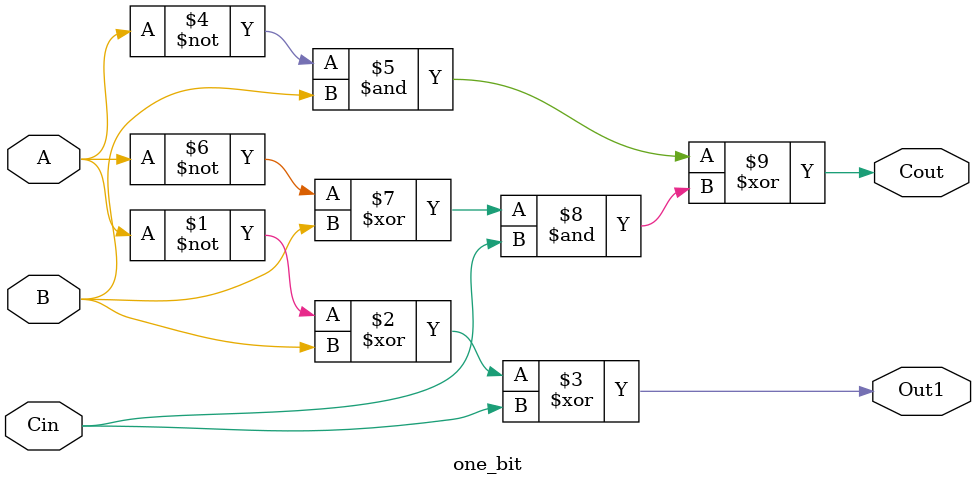
<source format=v>
module two_s_complement(In,Out);
    input [3:0] In;
    output [3:0] Out;
    // Your code goes here.  DO NOT change anything that is already given! Otherwise, you will not be able to pass the tests!
    wire Cin[3:0];
    //FOUR BIT TWO'S COMPLEMENT IS MADE OF 4 ONE BIT TWOSCOMP
    one_bit two1(In[0], 1'b1, 1'b0, Out[0], Cin[0]);
    one_bit two2(In[1], 1'b0, Cin[0], Out[1], Cin[1]);
    one_bit two3(In[2], 1'b0, Cin[1], Out[2], Cin[2]);
    one_bit two4(In[3], 1'b0, Cin[2], Out[3], Cin[3]);
endmodule  

//ONE BIT IMPLEMENTATION OF TWOSCOMPLEMENT
module one_bit(A, B, Cin, Out1, Cout);
    input A, B, Cin;
    output Out1, Cout;

    assign Out1 = ((~A) ^ B ^ Cin);
    assign Cout = (~A & B) ^ ((~A ^ B) & Cin);
endmodule

</source>
